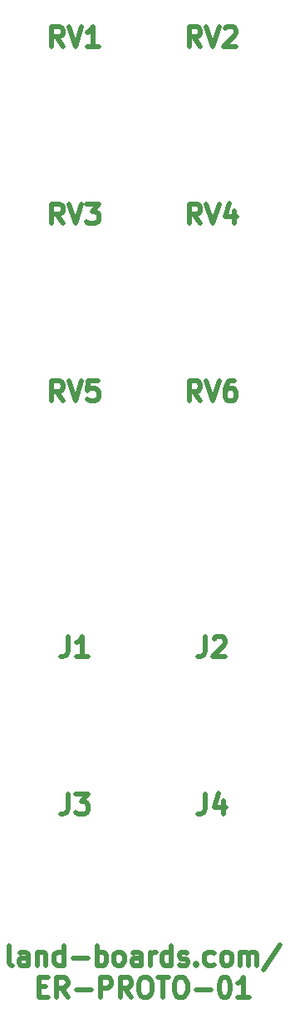
<source format=gto>
%TF.GenerationSoftware,KiCad,Pcbnew,(6.0.1)*%
%TF.CreationDate,2022-10-19T13:09:28-04:00*%
%TF.ProjectId,ER-PROTO-PANEL-01,45522d50-524f-4544-9f2d-50414e454c2d,1*%
%TF.SameCoordinates,Original*%
%TF.FileFunction,Legend,Top*%
%TF.FilePolarity,Positive*%
%FSLAX46Y46*%
G04 Gerber Fmt 4.6, Leading zero omitted, Abs format (unit mm)*
G04 Created by KiCad (PCBNEW (6.0.1)) date 2022-10-19 13:09:28*
%MOMM*%
%LPD*%
G01*
G04 APERTURE LIST*
%ADD10C,0.500000*%
G04 APERTURE END LIST*
D10*
X47333333Y-98904761D02*
X47333333Y-100333333D01*
X47238095Y-100619047D01*
X47047619Y-100809523D01*
X46761904Y-100904761D01*
X46571428Y-100904761D01*
X48095238Y-98904761D02*
X49333333Y-98904761D01*
X48666666Y-99666666D01*
X48952380Y-99666666D01*
X49142857Y-99761904D01*
X49238095Y-99857142D01*
X49333333Y-100047619D01*
X49333333Y-100523809D01*
X49238095Y-100714285D01*
X49142857Y-100809523D01*
X48952380Y-100904761D01*
X48380952Y-100904761D01*
X48190476Y-100809523D01*
X48095238Y-100714285D01*
X61333333Y-98904761D02*
X61333333Y-100333333D01*
X61238095Y-100619047D01*
X61047619Y-100809523D01*
X60761904Y-100904761D01*
X60571428Y-100904761D01*
X63142857Y-99571428D02*
X63142857Y-100904761D01*
X62666666Y-98809523D02*
X62190476Y-100238095D01*
X63428571Y-100238095D01*
X61333333Y-82904761D02*
X61333333Y-84333333D01*
X61238095Y-84619047D01*
X61047619Y-84809523D01*
X60761904Y-84904761D01*
X60571428Y-84904761D01*
X62190476Y-83095238D02*
X62285714Y-83000000D01*
X62476190Y-82904761D01*
X62952380Y-82904761D01*
X63142857Y-83000000D01*
X63238095Y-83095238D01*
X63333333Y-83285714D01*
X63333333Y-83476190D01*
X63238095Y-83761904D01*
X62095238Y-84904761D01*
X63333333Y-84904761D01*
X47333333Y-82904761D02*
X47333333Y-84333333D01*
X47238095Y-84619047D01*
X47047619Y-84809523D01*
X46761904Y-84904761D01*
X46571428Y-84904761D01*
X49333333Y-84904761D02*
X48190476Y-84904761D01*
X48761904Y-84904761D02*
X48761904Y-82904761D01*
X48571428Y-83190476D01*
X48380952Y-83380952D01*
X48190476Y-83476190D01*
X60809523Y-58904761D02*
X60142857Y-57952380D01*
X59666666Y-58904761D02*
X59666666Y-56904761D01*
X60428571Y-56904761D01*
X60619047Y-57000000D01*
X60714285Y-57095238D01*
X60809523Y-57285714D01*
X60809523Y-57571428D01*
X60714285Y-57761904D01*
X60619047Y-57857142D01*
X60428571Y-57952380D01*
X59666666Y-57952380D01*
X61380952Y-56904761D02*
X62047619Y-58904761D01*
X62714285Y-56904761D01*
X64238095Y-56904761D02*
X63857142Y-56904761D01*
X63666666Y-57000000D01*
X63571428Y-57095238D01*
X63380952Y-57380952D01*
X63285714Y-57761904D01*
X63285714Y-58523809D01*
X63380952Y-58714285D01*
X63476190Y-58809523D01*
X63666666Y-58904761D01*
X64047619Y-58904761D01*
X64238095Y-58809523D01*
X64333333Y-58714285D01*
X64428571Y-58523809D01*
X64428571Y-58047619D01*
X64333333Y-57857142D01*
X64238095Y-57761904D01*
X64047619Y-57666666D01*
X63666666Y-57666666D01*
X63476190Y-57761904D01*
X63380952Y-57857142D01*
X63285714Y-58047619D01*
X46809523Y-58904761D02*
X46142857Y-57952380D01*
X45666666Y-58904761D02*
X45666666Y-56904761D01*
X46428571Y-56904761D01*
X46619047Y-57000000D01*
X46714285Y-57095238D01*
X46809523Y-57285714D01*
X46809523Y-57571428D01*
X46714285Y-57761904D01*
X46619047Y-57857142D01*
X46428571Y-57952380D01*
X45666666Y-57952380D01*
X47380952Y-56904761D02*
X48047619Y-58904761D01*
X48714285Y-56904761D01*
X50333333Y-56904761D02*
X49380952Y-56904761D01*
X49285714Y-57857142D01*
X49380952Y-57761904D01*
X49571428Y-57666666D01*
X50047619Y-57666666D01*
X50238095Y-57761904D01*
X50333333Y-57857142D01*
X50428571Y-58047619D01*
X50428571Y-58523809D01*
X50333333Y-58714285D01*
X50238095Y-58809523D01*
X50047619Y-58904761D01*
X49571428Y-58904761D01*
X49380952Y-58809523D01*
X49285714Y-58714285D01*
X60809523Y-40904761D02*
X60142857Y-39952380D01*
X59666666Y-40904761D02*
X59666666Y-38904761D01*
X60428571Y-38904761D01*
X60619047Y-39000000D01*
X60714285Y-39095238D01*
X60809523Y-39285714D01*
X60809523Y-39571428D01*
X60714285Y-39761904D01*
X60619047Y-39857142D01*
X60428571Y-39952380D01*
X59666666Y-39952380D01*
X61380952Y-38904761D02*
X62047619Y-40904761D01*
X62714285Y-38904761D01*
X64238095Y-39571428D02*
X64238095Y-40904761D01*
X63761904Y-38809523D02*
X63285714Y-40238095D01*
X64523809Y-40238095D01*
X46809523Y-40904761D02*
X46142857Y-39952380D01*
X45666666Y-40904761D02*
X45666666Y-38904761D01*
X46428571Y-38904761D01*
X46619047Y-39000000D01*
X46714285Y-39095238D01*
X46809523Y-39285714D01*
X46809523Y-39571428D01*
X46714285Y-39761904D01*
X46619047Y-39857142D01*
X46428571Y-39952380D01*
X45666666Y-39952380D01*
X47380952Y-38904761D02*
X48047619Y-40904761D01*
X48714285Y-38904761D01*
X49190476Y-38904761D02*
X50428571Y-38904761D01*
X49761904Y-39666666D01*
X50047619Y-39666666D01*
X50238095Y-39761904D01*
X50333333Y-39857142D01*
X50428571Y-40047619D01*
X50428571Y-40523809D01*
X50333333Y-40714285D01*
X50238095Y-40809523D01*
X50047619Y-40904761D01*
X49476190Y-40904761D01*
X49285714Y-40809523D01*
X49190476Y-40714285D01*
X60809523Y-22904761D02*
X60142857Y-21952380D01*
X59666666Y-22904761D02*
X59666666Y-20904761D01*
X60428571Y-20904761D01*
X60619047Y-21000000D01*
X60714285Y-21095238D01*
X60809523Y-21285714D01*
X60809523Y-21571428D01*
X60714285Y-21761904D01*
X60619047Y-21857142D01*
X60428571Y-21952380D01*
X59666666Y-21952380D01*
X61380952Y-20904761D02*
X62047619Y-22904761D01*
X62714285Y-20904761D01*
X63285714Y-21095238D02*
X63380952Y-21000000D01*
X63571428Y-20904761D01*
X64047619Y-20904761D01*
X64238095Y-21000000D01*
X64333333Y-21095238D01*
X64428571Y-21285714D01*
X64428571Y-21476190D01*
X64333333Y-21761904D01*
X63190476Y-22904761D01*
X64428571Y-22904761D01*
X46809523Y-22904761D02*
X46142857Y-21952380D01*
X45666666Y-22904761D02*
X45666666Y-20904761D01*
X46428571Y-20904761D01*
X46619047Y-21000000D01*
X46714285Y-21095238D01*
X46809523Y-21285714D01*
X46809523Y-21571428D01*
X46714285Y-21761904D01*
X46619047Y-21857142D01*
X46428571Y-21952380D01*
X45666666Y-21952380D01*
X47380952Y-20904761D02*
X48047619Y-22904761D01*
X48714285Y-20904761D01*
X50428571Y-22904761D02*
X49285714Y-22904761D01*
X49857142Y-22904761D02*
X49857142Y-20904761D01*
X49666666Y-21190476D01*
X49476190Y-21380952D01*
X49285714Y-21476190D01*
X41619047Y-116294761D02*
X41428571Y-116199523D01*
X41333333Y-116009047D01*
X41333333Y-114294761D01*
X43238095Y-116294761D02*
X43238095Y-115247142D01*
X43142857Y-115056666D01*
X42952380Y-114961428D01*
X42571428Y-114961428D01*
X42380952Y-115056666D01*
X43238095Y-116199523D02*
X43047619Y-116294761D01*
X42571428Y-116294761D01*
X42380952Y-116199523D01*
X42285714Y-116009047D01*
X42285714Y-115818571D01*
X42380952Y-115628095D01*
X42571428Y-115532857D01*
X43047619Y-115532857D01*
X43238095Y-115437619D01*
X44190476Y-114961428D02*
X44190476Y-116294761D01*
X44190476Y-115151904D02*
X44285714Y-115056666D01*
X44476190Y-114961428D01*
X44761904Y-114961428D01*
X44952380Y-115056666D01*
X45047619Y-115247142D01*
X45047619Y-116294761D01*
X46857142Y-116294761D02*
X46857142Y-114294761D01*
X46857142Y-116199523D02*
X46666666Y-116294761D01*
X46285714Y-116294761D01*
X46095238Y-116199523D01*
X45999999Y-116104285D01*
X45904761Y-115913809D01*
X45904761Y-115342380D01*
X45999999Y-115151904D01*
X46095238Y-115056666D01*
X46285714Y-114961428D01*
X46666666Y-114961428D01*
X46857142Y-115056666D01*
X47809523Y-115532857D02*
X49333333Y-115532857D01*
X50285714Y-116294761D02*
X50285714Y-114294761D01*
X50285714Y-115056666D02*
X50476190Y-114961428D01*
X50857142Y-114961428D01*
X51047619Y-115056666D01*
X51142857Y-115151904D01*
X51238095Y-115342380D01*
X51238095Y-115913809D01*
X51142857Y-116104285D01*
X51047619Y-116199523D01*
X50857142Y-116294761D01*
X50476190Y-116294761D01*
X50285714Y-116199523D01*
X52380952Y-116294761D02*
X52190476Y-116199523D01*
X52095238Y-116104285D01*
X51999999Y-115913809D01*
X51999999Y-115342380D01*
X52095238Y-115151904D01*
X52190476Y-115056666D01*
X52380952Y-114961428D01*
X52666666Y-114961428D01*
X52857142Y-115056666D01*
X52952380Y-115151904D01*
X53047619Y-115342380D01*
X53047619Y-115913809D01*
X52952380Y-116104285D01*
X52857142Y-116199523D01*
X52666666Y-116294761D01*
X52380952Y-116294761D01*
X54761904Y-116294761D02*
X54761904Y-115247142D01*
X54666666Y-115056666D01*
X54476190Y-114961428D01*
X54095238Y-114961428D01*
X53904761Y-115056666D01*
X54761904Y-116199523D02*
X54571428Y-116294761D01*
X54095238Y-116294761D01*
X53904761Y-116199523D01*
X53809523Y-116009047D01*
X53809523Y-115818571D01*
X53904761Y-115628095D01*
X54095238Y-115532857D01*
X54571428Y-115532857D01*
X54761904Y-115437619D01*
X55714285Y-116294761D02*
X55714285Y-114961428D01*
X55714285Y-115342380D02*
X55809523Y-115151904D01*
X55904761Y-115056666D01*
X56095238Y-114961428D01*
X56285714Y-114961428D01*
X57809523Y-116294761D02*
X57809523Y-114294761D01*
X57809523Y-116199523D02*
X57619047Y-116294761D01*
X57238095Y-116294761D01*
X57047619Y-116199523D01*
X56952380Y-116104285D01*
X56857142Y-115913809D01*
X56857142Y-115342380D01*
X56952380Y-115151904D01*
X57047619Y-115056666D01*
X57238095Y-114961428D01*
X57619047Y-114961428D01*
X57809523Y-115056666D01*
X58666666Y-116199523D02*
X58857142Y-116294761D01*
X59238095Y-116294761D01*
X59428571Y-116199523D01*
X59523809Y-116009047D01*
X59523809Y-115913809D01*
X59428571Y-115723333D01*
X59238095Y-115628095D01*
X58952380Y-115628095D01*
X58761904Y-115532857D01*
X58666666Y-115342380D01*
X58666666Y-115247142D01*
X58761904Y-115056666D01*
X58952380Y-114961428D01*
X59238095Y-114961428D01*
X59428571Y-115056666D01*
X60380952Y-116104285D02*
X60476190Y-116199523D01*
X60380952Y-116294761D01*
X60285714Y-116199523D01*
X60380952Y-116104285D01*
X60380952Y-116294761D01*
X62190476Y-116199523D02*
X61999999Y-116294761D01*
X61619047Y-116294761D01*
X61428571Y-116199523D01*
X61333333Y-116104285D01*
X61238095Y-115913809D01*
X61238095Y-115342380D01*
X61333333Y-115151904D01*
X61428571Y-115056666D01*
X61619047Y-114961428D01*
X61999999Y-114961428D01*
X62190476Y-115056666D01*
X63333333Y-116294761D02*
X63142857Y-116199523D01*
X63047619Y-116104285D01*
X62952380Y-115913809D01*
X62952380Y-115342380D01*
X63047619Y-115151904D01*
X63142857Y-115056666D01*
X63333333Y-114961428D01*
X63619047Y-114961428D01*
X63809523Y-115056666D01*
X63904761Y-115151904D01*
X63999999Y-115342380D01*
X63999999Y-115913809D01*
X63904761Y-116104285D01*
X63809523Y-116199523D01*
X63619047Y-116294761D01*
X63333333Y-116294761D01*
X64857142Y-116294761D02*
X64857142Y-114961428D01*
X64857142Y-115151904D02*
X64952380Y-115056666D01*
X65142857Y-114961428D01*
X65428571Y-114961428D01*
X65619047Y-115056666D01*
X65714285Y-115247142D01*
X65714285Y-116294761D01*
X65714285Y-115247142D02*
X65809523Y-115056666D01*
X65999999Y-114961428D01*
X66285714Y-114961428D01*
X66476190Y-115056666D01*
X66571428Y-115247142D01*
X66571428Y-116294761D01*
X68952380Y-114199523D02*
X67238095Y-116770952D01*
X44333333Y-118467142D02*
X45000000Y-118467142D01*
X45285714Y-119514761D02*
X44333333Y-119514761D01*
X44333333Y-117514761D01*
X45285714Y-117514761D01*
X47285714Y-119514761D02*
X46619047Y-118562380D01*
X46142857Y-119514761D02*
X46142857Y-117514761D01*
X46904761Y-117514761D01*
X47095238Y-117610000D01*
X47190476Y-117705238D01*
X47285714Y-117895714D01*
X47285714Y-118181428D01*
X47190476Y-118371904D01*
X47095238Y-118467142D01*
X46904761Y-118562380D01*
X46142857Y-118562380D01*
X48142857Y-118752857D02*
X49666666Y-118752857D01*
X50619047Y-119514761D02*
X50619047Y-117514761D01*
X51380952Y-117514761D01*
X51571428Y-117610000D01*
X51666666Y-117705238D01*
X51761904Y-117895714D01*
X51761904Y-118181428D01*
X51666666Y-118371904D01*
X51571428Y-118467142D01*
X51380952Y-118562380D01*
X50619047Y-118562380D01*
X53761904Y-119514761D02*
X53095238Y-118562380D01*
X52619047Y-119514761D02*
X52619047Y-117514761D01*
X53380952Y-117514761D01*
X53571428Y-117610000D01*
X53666666Y-117705238D01*
X53761904Y-117895714D01*
X53761904Y-118181428D01*
X53666666Y-118371904D01*
X53571428Y-118467142D01*
X53380952Y-118562380D01*
X52619047Y-118562380D01*
X55000000Y-117514761D02*
X55380952Y-117514761D01*
X55571428Y-117610000D01*
X55761904Y-117800476D01*
X55857142Y-118181428D01*
X55857142Y-118848095D01*
X55761904Y-119229047D01*
X55571428Y-119419523D01*
X55380952Y-119514761D01*
X55000000Y-119514761D01*
X54809523Y-119419523D01*
X54619047Y-119229047D01*
X54523809Y-118848095D01*
X54523809Y-118181428D01*
X54619047Y-117800476D01*
X54809523Y-117610000D01*
X55000000Y-117514761D01*
X56428571Y-117514761D02*
X57571428Y-117514761D01*
X57000000Y-119514761D02*
X57000000Y-117514761D01*
X58619047Y-117514761D02*
X59000000Y-117514761D01*
X59190476Y-117610000D01*
X59380952Y-117800476D01*
X59476190Y-118181428D01*
X59476190Y-118848095D01*
X59380952Y-119229047D01*
X59190476Y-119419523D01*
X59000000Y-119514761D01*
X58619047Y-119514761D01*
X58428571Y-119419523D01*
X58238095Y-119229047D01*
X58142857Y-118848095D01*
X58142857Y-118181428D01*
X58238095Y-117800476D01*
X58428571Y-117610000D01*
X58619047Y-117514761D01*
X60333333Y-118752857D02*
X61857142Y-118752857D01*
X63190476Y-117514761D02*
X63380952Y-117514761D01*
X63571428Y-117610000D01*
X63666666Y-117705238D01*
X63761904Y-117895714D01*
X63857142Y-118276666D01*
X63857142Y-118752857D01*
X63761904Y-119133809D01*
X63666666Y-119324285D01*
X63571428Y-119419523D01*
X63380952Y-119514761D01*
X63190476Y-119514761D01*
X63000000Y-119419523D01*
X62904761Y-119324285D01*
X62809523Y-119133809D01*
X62714285Y-118752857D01*
X62714285Y-118276666D01*
X62809523Y-117895714D01*
X62904761Y-117705238D01*
X63000000Y-117610000D01*
X63190476Y-117514761D01*
X65761904Y-119514761D02*
X64619047Y-119514761D01*
X65190476Y-119514761D02*
X65190476Y-117514761D01*
X65000000Y-117800476D01*
X64809523Y-117990952D01*
X64619047Y-118086190D01*
M02*

</source>
